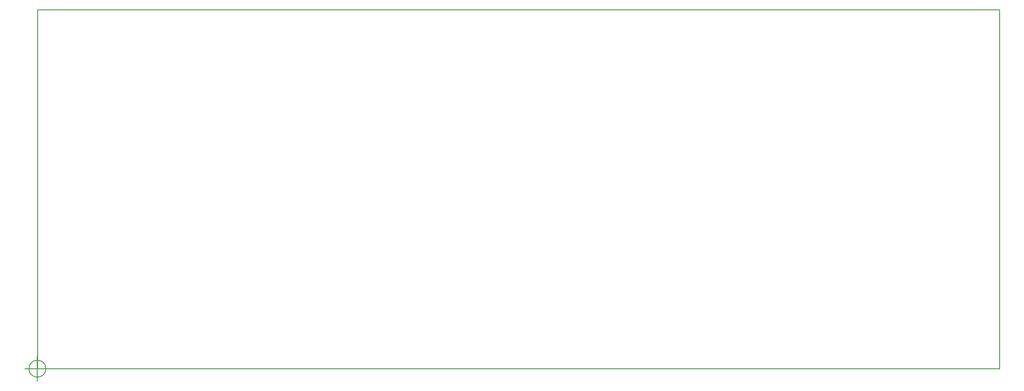
<source format=gm1>
G04 #@! TF.FileFunction,Profile,NP*
%FSLAX46Y46*%
G04 Gerber Fmt 4.6, Leading zero omitted, Abs format (unit mm)*
G04 Created by KiCad (PCBNEW 4.0.7) date 01/22/18 21:40:53*
%MOMM*%
%LPD*%
G01*
G04 APERTURE LIST*
%ADD10C,0.100000*%
%ADD11C,0.150000*%
G04 APERTURE END LIST*
D10*
D11*
X50666666Y-122800000D02*
G75*
G03X50666666Y-122800000I-1666666J0D01*
G01*
X46500000Y-122800000D02*
X51500000Y-122800000D01*
X49000000Y-120300000D02*
X49000000Y-125300000D01*
X49022000Y-122809000D02*
X49022000Y-51689000D01*
X239522000Y-122809000D02*
X49022000Y-122809000D01*
X239522000Y-51689000D02*
X239522000Y-122809000D01*
X49022000Y-51689000D02*
X239522000Y-51689000D01*
M02*

</source>
